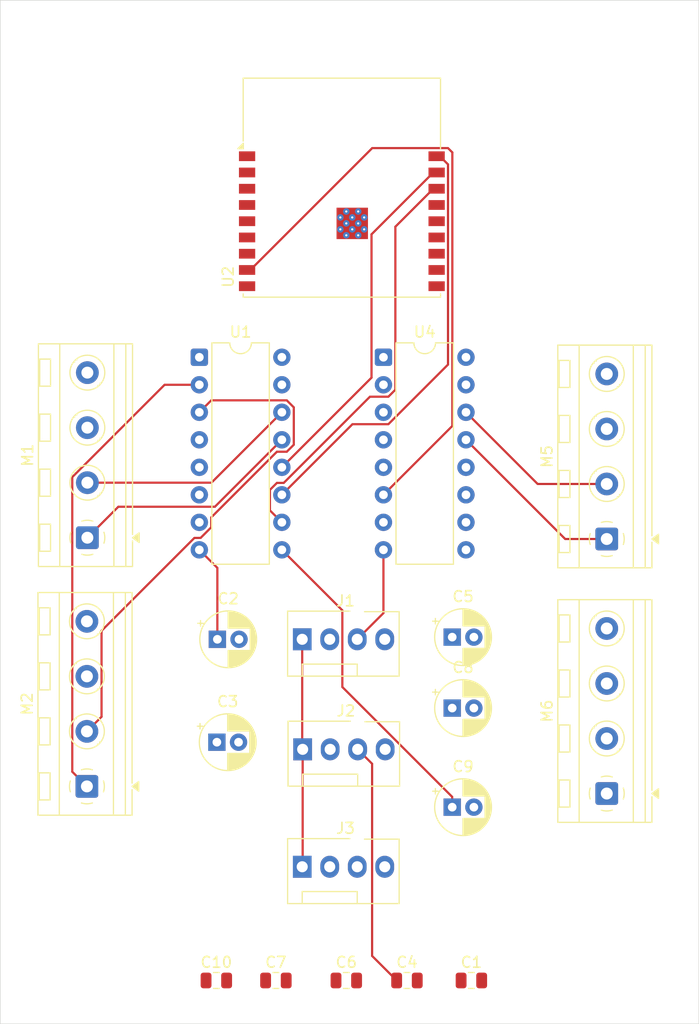
<source format=kicad_pcb>
(kicad_pcb (version 20241229) (generator "pcbnew") (generator_version "9.0")
  (layers (0 "F.Cu" signal) (2 "B.Cu" signal) (13 "F.Paste" user) (15 "B.Paste" user) (5 "F.SilkS" user "F.Silkscreen") (7 "B.SilkS" user "B.Silkscreen") (1 "F.Mask" user) (3 "B.Mask" user) (25 "Edge.Cuts" user))
  (net 0 "")
  (net 1 "GND")
  (net 2 "/OUT-")
  (net 3 "Net-(J1-Pin_1)")
  (net 4 "Net-(J2-Pin_3)")
  (net 6 "Net-(U1-EnA)")
  (net 7 "Net-(U1-IN1)")
  (net 8 "Net-(U2-IO7)")
  (net 9 "Net-(U1-IN4)")
  (net 10 "Net-(U2-IO9)")
  (net 11 "Net-(U2-IO6)")
  (net 12 "Net-(U1-EnB)")
  (net 13 "Net-(U2-IO8)")
  (net 15 "Net-(U1-IN3)")
  (net 16 "Net-(U2-IO10)")
  (net 17 "Net-(U1-IN2)")
  (net 18 "Net-(U2-IO18)")
  (net 21 "Net-(U4-Vs)")
  (net 22 "Net-(U1-Vss)")
  (net 23 "Net-(M1--)")
  (net 24 "Net-(M1-+)")
  (net 25 "Net-(M2--)")
  (net 26 "Net-(M2-+)")
  (net 27 "Net-(M5-+)")
  (net 28 "Net-(M5--)")
  (net 29 "Net-(M6-+)")
  (net 30 "Net-(M6--)")
  (footprint "TerminalBlock_RND:TerminalBlock_RND_205-00234_1x04_P5.08mm_Horizontal" (layer "F.Cu") (at 171.5 95.24 90)
    (property "Reference" "M6" (at 7.62 -5.52 90) (layer "F.SilkS"))
    (property "Value" "Motor_DC")
    (pad "1" thru_hole roundrect (at 0 0 90) (size 2.1 2.1) (drill 1.1) (layers "*.Cu" "*.Mask") (roundrect_rratio 0.119048) (net 29 "Net-(M6-+)"))
    (pad "2" thru_hole circle (at 5.08 0 90) (size 2.1 2.1) (drill 1.1) (layers "*.Cu" "*.Mask") (net 30 "Net-(M6--)"))
    (pad "3" thru_hole circle (at 10.16 0 90) (size 2.1 2.1) (drill 1.1) (layers "*.Cu" "*.Mask"))
    (pad "4" thru_hole circle (at 15.24 0 90) (size 2.1 2.1) (drill 1.1) (layers "*.Cu" "*.Mask"))
  )
  (footprint "Connector:FanPinHeader_1x04_P2.54mm_Vertical" (layer "F.Cu") (at 143.42 91.16)
    (property "Reference" "J2" (at 4 -3.55 0) (layer "F.SilkS"))
    (property "Value" "XL4015")
    (pad "" np_thru_hole circle (at 5.08 -2.16 90) (size 1.1 1.1) (drill 1.1) (layers "*.Cu" "*.Mask"))
    (pad "1" thru_hole rect (at 0 0 90) (size 2.03 1.73) (drill 1.02) (layers "*.Cu" "*.Mask") (net 3 "Net-(J1-Pin_1)"))
    (pad "2" thru_hole oval (at 2.54 0 90) (size 2.03 1.73) (drill 1.02) (layers "*.Cu" "*.Mask") (net 1 "GND"))
    (pad "3" thru_hole oval (at 5.08 0 90) (size 2.03 1.73) (drill 1.02) (layers "*.Cu" "*.Mask") (net 4 "Net-(J2-Pin_3)"))
    (pad "4" thru_hole oval (at 7.62 0 90) (size 2.03 1.73) (drill 1.02) (layers "*.Cu" "*.Mask") (net 1 "GND"))
  )
  (footprint "Connector:FanPinHeader_1x04_P2.54mm_Vertical" (layer "F.Cu") (at 143.38 102)
    (property "Reference" "J3" (at 4 -3.55 0) (layer "F.SilkS"))
    (property "Value" "XL4015")
    (pad "" np_thru_hole circle (at 5.08 -2.16 90) (size 1.1 1.1) (drill 1.1) (layers "*.Cu" "*.Mask"))
    (pad "1" thru_hole rect (at 0 0 90) (size 2.03 1.73) (drill 1.02) (layers "*.Cu" "*.Mask") (net 3 "Net-(J1-Pin_1)"))
    (pad "2" thru_hole oval (at 2.54 0 90) (size 2.03 1.73) (drill 1.02) (layers "*.Cu" "*.Mask") (net 1 "GND"))
    (pad "3" thru_hole oval (at 5.08 0 90) (size 2.03 1.73) (drill 1.02) (layers "*.Cu" "*.Mask") (net 1 "GND"))
    (pad "4" thru_hole oval (at 7.62 0 90) (size 2.03 1.73) (drill 1.02) (layers "*.Cu" "*.Mask") (net 1 "GND"))
  )
  (footprint "TerminalBlock_RND:TerminalBlock_RND_205-00234_1x04_P5.08mm_Horizontal" (layer "F.Cu") (at 123.5 94.58 90)
    (property "Reference" "M2" (at 7.62 -5.52 90) (layer "F.SilkS"))
    (property "Value" "Motor_DC")
    (pad "1" thru_hole roundrect (at 0 0 90) (size 2.1 2.1) (drill 1.1) (layers "*.Cu" "*.Mask") (roundrect_rratio 0.119048) (net 26 "Net-(M2-+)"))
    (pad "2" thru_hole circle (at 5.08 0 90) (size 2.1 2.1) (drill 1.1) (layers "*.Cu" "*.Mask") (net 25 "Net-(M2--)"))
    (pad "3" thru_hole circle (at 10.16 0 90) (size 2.1 2.1) (drill 1.1) (layers "*.Cu" "*.Mask"))
    (pad "4" thru_hole circle (at 15.24 0 90) (size 2.1 2.1) (drill 1.1) (layers "*.Cu" "*.Mask"))
  )
  (footprint "Capacitor_SMD:C_0805_2012Metric" (layer "F.Cu") (at 140.95 112.5)
    (property "Reference" "C7" (at 0 -1.68 0) (layer "F.SilkS"))
    (property "Value" "C")
    (pad "1" smd roundrect (at -0.95 0) (size 1 1.45) (layers "F.Cu" "F.Mask" "F.Paste") (net 1 "GND"))
    (pad "2" smd roundrect (at 0.95 0) (size 1 1.45) (layers "F.Cu" "F.Mask" "F.Paste") (net 21 "Net-(U4-Vs)"))
  )
  (footprint "Package_DIP:DIP-16_W7.62mm" (layer "F.Cu") (at 150.88 54.96)
    (property "Reference" "U4" (at 3.81 -2.33 0) (layer "F.SilkS"))
    (property "Value" "L298N")
    (pad "1" thru_hole roundrect (at 0 0) (size 1.6 1.6) (drill 0.8) (layers "*.Cu" "*.Mask") (roundrect_rratio 0.15625))
    (pad "2" thru_hole circle (at 0 2.54) (size 1.6 1.6) (drill 0.8) (layers "*.Cu" "*.Mask") (net 29 "Net-(M6-+)"))
    (pad "3" thru_hole circle (at 0 5.08) (size 1.6 1.6) (drill 0.8) (layers "*.Cu" "*.Mask") (net 30 "Net-(M6--)"))
    (pad "4" thru_hole circle (at 0 7.62) (size 1.6 1.6) (drill 0.8) (layers "*.Cu" "*.Mask") (net 21 "Net-(U4-Vs)"))
    (pad "5" thru_hole circle (at 0 10.16) (size 1.6 1.6) (drill 0.8) (layers "*.Cu" "*.Mask") (net 18 "Net-(U2-IO18)"))
    (pad "6" thru_hole circle (at 0 12.7) (size 1.6 1.6) (drill 0.8) (layers "*.Cu" "*.Mask") (net 10 "Net-(U2-IO9)"))
    (pad "7" thru_hole circle (at 0 15.24) (size 1.6 1.6) (drill 0.8) (layers "*.Cu" "*.Mask") (net 16 "Net-(U2-IO10)"))
    (pad "8" thru_hole circle (at 0 17.78) (size 1.6 1.6) (drill 0.8) (layers "*.Cu" "*.Mask") (net 1 "GND"))
    (pad "9" thru_hole circle (at 7.62 17.78) (size 1.6 1.6) (drill 0.8) (layers "*.Cu" "*.Mask") (net 1 "GND"))
    (pad "10" thru_hole circle (at 7.62 15.24) (size 1.6 1.6) (drill 0.8) (layers "*.Cu" "*.Mask") (net 13 "Net-(U2-IO8)"))
    (pad "11" thru_hole circle (at 7.62 12.7) (size 1.6 1.6) (drill 0.8) (layers "*.Cu" "*.Mask") (net 11 "Net-(U2-IO6)"))
    (pad "12" thru_hole circle (at 7.62 10.16) (size 1.6 1.6) (drill 0.8) (layers "*.Cu" "*.Mask") (net 8 "Net-(U2-IO7)"))
    (pad "13" thru_hole circle (at 7.62 7.62) (size 1.6 1.6) (drill 0.8) (layers "*.Cu" "*.Mask") (net 27 "Net-(M5-+)"))
    (pad "14" thru_hole circle (at 7.62 5.08) (size 1.6 1.6) (drill 0.8) (layers "*.Cu" "*.Mask") (net 28 "Net-(M5--)"))
    (pad "15" thru_hole circle (at 7.62 2.54) (size 1.6 1.6) (drill 0.8) (layers "*.Cu" "*.Mask"))
    (pad "16" thru_hole circle (at 7.62 0) (size 1.6 1.6) (drill 0.8) (layers "*.Cu" "*.Mask"))
  )
  (footprint "Capacitor_THT:CP_Radial_D5.0mm_P2.00mm" (layer "F.Cu") (at 157.229775 87.35)
    (property "Reference" "C8" (at 1 -3.75 0) (layer "F.SilkS"))
    (property "Value" "C_Polarized")
    (pad "1" thru_hole rect (at 0 0) (size 1.6 1.6) (drill 0.8) (layers "*.Cu" "*.Mask") (net 1 "GND"))
    (pad "2" thru_hole circle (at 2 0) (size 1.6 1.6) (drill 0.8) (layers "*.Cu" "*.Mask") (net 21 "Net-(U4-Vs)"))
  )
  (footprint "Capacitor_THT:CP_Radial_D5.0mm_P2.00mm" (layer "F.Cu") (at 157.229775 80.8)
    (property "Reference" "C5" (at 1 -3.75 0) (layer "F.SilkS"))
    (property "Value" "C_Polarized")
    (pad "1" thru_hole rect (at 0 0) (size 1.6 1.6) (drill 0.8) (layers "*.Cu" "*.Mask") (net 1 "GND"))
    (pad "2" thru_hole circle (at 2 0) (size 1.6 1.6) (drill 0.8) (layers "*.Cu" "*.Mask") (net 1 "GND"))
  )
  (footprint "Capacitor_SMD:C_0805_2012Metric" (layer "F.Cu") (at 153.05 112.5)
    (property "Reference" "C4" (at 0 -1.68 0) (layer "F.SilkS"))
    (property "Value" "C")
    (pad "1" smd roundrect (at -0.95 0) (size 1 1.45) (layers "F.Cu" "F.Mask" "F.Paste") (net 4 "Net-(J2-Pin_3)"))
    (pad "2" smd roundrect (at 0.95 0) (size 1 1.45) (layers "F.Cu" "F.Mask" "F.Paste") (net 1 "GND"))
  )
  (footprint "Capacitor_THT:CP_Radial_D5.0mm_P2.00mm" (layer "F.Cu") (at 135.544888 81)
    (property "Reference" "C2" (at 1 -3.75 0) (layer "F.SilkS"))
    (property "Value" "C_Polarized")
    (pad "1" thru_hole rect (at 0 0) (size 1.6 1.6) (drill 0.8) (layers "*.Cu" "*.Mask") (net 1 "GND"))
    (pad "2" thru_hole circle (at 2 0) (size 1.6 1.6) (drill 0.8) (layers "*.Cu" "*.Mask") (net 1 "GND"))
  )
  (footprint "Package_DIP:DIP-16_W7.62mm" (layer "F.Cu") (at 133.88 54.96)
    (property "Reference" "U1" (at 3.81 -2.33 0) (layer "F.SilkS"))
    (property "Value" "L298N")
    (pad "1" thru_hole roundrect (at 0 0) (size 1.6 1.6) (drill 0.8) (layers "*.Cu" "*.Mask") (roundrect_rratio 0.15625))
    (pad "2" thru_hole circle (at 0 2.54) (size 1.6 1.6) (drill 0.8) (layers "*.Cu" "*.Mask") (net 26 "Net-(M2-+)"))
    (pad "3" thru_hole circle (at 0 5.08) (size 1.6 1.6) (drill 0.8) (layers "*.Cu" "*.Mask") (net 25 "Net-(M2--)"))
    (pad "4" thru_hole circle (at 0 7.62) (size 1.6 1.6) (drill 0.8) (layers "*.Cu" "*.Mask") (net 1 "GND"))
    (pad "5" thru_hole circle (at 0 10.16) (size 1.6 1.6) (drill 0.8) (layers "*.Cu" "*.Mask") (net 7 "Net-(U1-IN1)"))
    (pad "6" thru_hole circle (at 0 12.7) (size 1.6 1.6) (drill 0.8) (layers "*.Cu" "*.Mask") (net 6 "Net-(U1-EnA)"))
    (pad "7" thru_hole circle (at 0 15.24) (size 1.6 1.6) (drill 0.8) (layers "*.Cu" "*.Mask") (net 17 "Net-(U1-IN2)"))
    (pad "8" thru_hole circle (at 0 17.78) (size 1.6 1.6) (drill 0.8) (layers "*.Cu" "*.Mask") (net 1 "GND"))
    (pad "9" thru_hole circle (at 7.62 17.78) (size 1.6 1.6) (drill 0.8) (layers "*.Cu" "*.Mask") (net 22 "Net-(U1-Vss)"))
    (pad "10" thru_hole circle (at 7.62 15.24) (size 1.6 1.6) (drill 0.8) (layers "*.Cu" "*.Mask") (net 15 "Net-(U1-IN3)"))
    (pad "11" thru_hole circle (at 7.62 12.7) (size 1.6 1.6) (drill 0.8) (layers "*.Cu" "*.Mask") (net 12 "Net-(U1-EnB)"))
    (pad "12" thru_hole circle (at 7.62 10.16) (size 1.6 1.6) (drill 0.8) (layers "*.Cu" "*.Mask") (net 9 "Net-(U1-IN4)"))
    (pad "13" thru_hole circle (at 7.62 7.62) (size 1.6 1.6) (drill 0.8) (layers "*.Cu" "*.Mask") (net 24 "Net-(M1-+)"))
    (pad "14" thru_hole circle (at 7.62 5.08) (size 1.6 1.6) (drill 0.8) (layers "*.Cu" "*.Mask") (net 23 "Net-(M1--)"))
    (pad "15" thru_hole circle (at 7.62 2.54) (size 1.6 1.6) (drill 0.8) (layers "*.Cu" "*.Mask"))
    (pad "16" thru_hole circle (at 7.62 0) (size 1.6 1.6) (drill 0.8) (layers "*.Cu" "*.Mask"))
  )
  (footprint "Capacitor_SMD:C_0805_2012Metric" (layer "F.Cu") (at 147.45 112.5)
    (property "Reference" "C6" (at 0 -1.68 0) (layer "F.SilkS"))
    (property "Value" "C")
    (pad "1" smd roundrect (at -0.95 0) (size 1 1.45) (layers "F.Cu" "F.Mask" "F.Paste") (net 1 "GND"))
    (pad "2" smd roundrect (at 0.95 0) (size 1 1.45) (layers "F.Cu" "F.Mask" "F.Paste") (net 1 "GND"))
  )
  (footprint "Capacitor_SMD:C_0805_2012Metric" (layer "F.Cu") (at 135.45 112.5)
    (property "Reference" "C10" (at 0 -1.68 0) (layer "F.SilkS"))
    (property "Value" "C")
    (pad "1" smd roundrect (at -0.95 0) (size 1 1.45) (layers "F.Cu" "F.Mask" "F.Paste") (net 22 "Net-(U1-Vss)"))
    (pad "2" smd roundrect (at 0.95 0) (size 1 1.45) (layers "F.Cu" "F.Mask" "F.Paste") (net 1 "GND"))
  )
  (footprint "Capacitor_SMD:C_0805_2012Metric" (layer "F.Cu") (at 159 112.5)
    (property "Reference" "C1" (at 0 -1.68 0) (layer "F.SilkS"))
    (property "Value" "C")
    (pad "1" smd roundrect (at -0.95 0) (size 1 1.45) (layers "F.Cu" "F.Mask" "F.Paste") (net 1 "GND"))
    (pad "2" smd roundrect (at 0.95 0) (size 1 1.45) (layers "F.Cu" "F.Mask" "F.Paste") (net 1 "GND"))
  )
  (footprint "TerminalBlock_RND:TerminalBlock_RND_205-00234_1x04_P5.08mm_Horizontal" (layer "F.Cu") (at 171.5 71.74 90)
    (property "Reference" "M5" (at 7.62 -5.52 90) (layer "F.SilkS"))
    (property "Value" "Motor_DC")
    (pad "1" thru_hole roundrect (at 0 0 90) (size 2.1 2.1) (drill 1.1) (layers "*.Cu" "*.Mask") (roundrect_rratio 0.119048) (net 27 "Net-(M5-+)"))
    (pad "2" thru_hole circle (at 5.08 0 90) (size 2.1 2.1) (drill 1.1) (layers "*.Cu" "*.Mask") (net 28 "Net-(M5--)"))
    (pad "3" thru_hole circle (at 10.16 0 90) (size 2.1 2.1) (drill 1.1) (layers "*.Cu" "*.Mask"))
    (pad "4" thru_hole circle (at 15.24 0 90) (size 2.1 2.1) (drill 1.1) (layers "*.Cu" "*.Mask"))
  )
  (footprint "Connector:FanPinHeader_1x04_P2.54mm_Vertical" (layer "F.Cu") (at 143.38 81)
    (property "Reference" "J1" (at 4 -3.55 0) (layer "F.SilkS"))
    (property "Value" "XL4015")
    (pad "" np_thru_hole circle (at 5.08 -2.16 90) (size 1.1 1.1) (drill 1.1) (layers "*.Cu" "*.Mask"))
    (pad "1" thru_hole rect (at 0 0 90) (size 2.03 1.73) (drill 1.02) (layers "*.Cu" "*.Mask") (net 3 "Net-(J1-Pin_1)"))
    (pad "2" thru_hole oval (at 2.54 0 90) (size 2.03 1.73) (drill 1.02) (layers "*.Cu" "*.Mask") (net 1 "GND"))
    (pad "3" thru_hole oval (at 5.08 0 90) (size 2.03 1.73) (drill 1.02) (layers "*.Cu" "*.Mask") (net 1 "GND"))
    (pad "4" thru_hole oval (at 7.62 0 90) (size 2.03 1.73) (drill 1.02) (layers "*.Cu" "*.Mask") (net 2 "/OUT-"))
  )
  (footprint "Capacitor_THT:CP_Radial_D5.0mm_P2.00mm" (layer "F.Cu") (at 135.5 90.5)
    (property "Reference" "C3" (at 1 -3.75 0) (layer "F.SilkS"))
    (property "Value" "C_Polarized")
    (pad "1" thru_hole rect (at 0 0) (size 1.6 1.6) (drill 0.8) (layers "*.Cu" "*.Mask") (net 4 "Net-(J2-Pin_3)"))
    (pad "2" thru_hole circle (at 2 0) (size 1.6 1.6) (drill 0.8) (layers "*.Cu" "*.Mask") (net 1 "GND"))
  )
  (footprint "Capacitor_THT:CP_Radial_D5.0mm_P2.00mm" (layer "F.Cu") (at 157.229775 96.5)
    (property "Reference" "C9" (at 1 -3.75 0) (layer "F.SilkS"))
    (property "Value" "C_Polarized")
    (pad "1" thru_hole rect (at 0 0) (size 1.6 1.6) (drill 0.8) (layers "*.Cu" "*.Mask") (net 22 "Net-(U1-Vss)"))
    (pad "2" thru_hole circle (at 2 0) (size 1.6 1.6) (drill 0.8) (layers "*.Cu" "*.Mask") (net 1 "GND"))
  )
  (footprint "RF_Module:ESP32-C3-WROOM-02" (layer "F.Cu") (at 147.04 42.4)
    (property "Reference" "U2" (at -10.5 5.13 90) (layer "F.SilkS"))
    (property "Value" "ESP32-C3-WROOM-02")
    (pad "1" smd rect (at -8.75 -6) (size 1.5 0.9) (layers "F.Cu" "F.Mask" "F.Paste") (net 1 "GND"))
    (pad "2" smd rect (at -8.75 -4.5) (size 1.5 0.9) (layers "F.Cu" "F.Mask" "F.Paste"))
    (pad "3" smd rect (at -8.75 -3) (size 1.5 0.9) (layers "F.Cu" "F.Mask" "F.Paste") (net 17 "Net-(U1-IN2)"))
    (pad "4" smd rect (at -8.75 -1.5) (size 1.5 0.9) (layers "F.Cu" "F.Mask" "F.Paste") (net 7 "Net-(U1-IN1)"))
    (pad "5" smd rect (at -8.75 0) (size 1.5 0.9) (layers "F.Cu" "F.Mask" "F.Paste") (net 11 "Net-(U2-IO6)"))
    (pad "6" smd rect (at -8.75 1.5) (size 1.5 0.9) (layers "F.Cu" "F.Mask" "F.Paste") (net 8 "Net-(U2-IO7)"))
    (pad "7" smd rect (at -8.75 3) (size 1.5 0.9) (layers "F.Cu" "F.Mask" "F.Paste") (net 13 "Net-(U2-IO8)"))
    (pad "8" smd rect (at -8.75 4.5) (size 1.5 0.9) (layers "F.Cu" "F.Mask" "F.Paste") (net 10 "Net-(U2-IO9)"))
    (pad "9" smd rect (at -8.75 6) (size 1.5 0.9) (layers "F.Cu" "F.Mask" "F.Paste") (net 2 "/OUT-"))
    (pad "10" smd rect (at 8.75 6) (size 1.5 0.9) (layers "F.Cu" "F.Mask" "F.Paste") (net 16 "Net-(U2-IO10)"))
    (pad "11" smd rect (at 8.75 4.5) (size 1.5 0.9) (layers "F.Cu" "F.Mask" "F.Paste"))
    (pad "12" smd rect (at 8.75 3) (size 1.5 0.9) (layers "F.Cu" "F.Mask" "F.Paste"))
    (pad "13" smd rect (at 8.75 1.5) (size 1.5 0.9) (layers "F.Cu" "F.Mask" "F.Paste") (net 18 "Net-(U2-IO18)"))
    (pad "14" smd rect (at 8.75 0) (size 1.5 0.9) (layers "F.Cu" "F.Mask" "F.Paste"))
    (pad "15" smd rect (at 8.75 -1.5) (size 1.5 0.9) (layers "F.Cu" "F.Mask" "F.Paste") (net 6 "Net-(U1-EnA)"))
    (pad "16" smd rect (at 8.75 -3) (size 1.5 0.9) (layers "F.Cu" "F.Mask" "F.Paste") (net 15 "Net-(U1-IN3)"))
    (pad "17" smd rect (at 8.75 -4.5) (size 1.5 0.9) (layers "F.Cu" "F.Mask" "F.Paste") (net 9 "Net-(U1-IN4)"))
    (pad "18" smd rect (at 8.75 -6) (size 1.5 0.9) (layers "F.Cu" "F.Mask" "F.Paste") (net 12 "Net-(U1-EnB)"))
    (pad "19" thru_hole circle (at -0.14 -0.35) (size 0.6 0.6) (drill 0.2) (property pad_prop_heatsink) (layers "*.Cu" "F.Mask") (net 2 "/OUT-"))
    (pad "19" thru_hole circle (at -0.14 0.75) (size 0.6 0.6) (drill 0.2) (property pad_prop_heatsink) (layers "*.Cu" "F.Mask") (net 2 "/OUT-"))
    (pad "19" thru_hole circle (at 0.41 -0.9) (size 0.6 0.6) (drill 0.2) (property pad_prop_heatsink) (layers "*.Cu" "F.Mask") (net 2 "/OUT-"))
    (pad "19" thru_hole circle (at 0.41 0.2) (size 0.6 0.6) (drill 0.2) (property pad_prop_heatsink) (layers "*.Cu" "F.Mask") (net 2 "/OUT-"))
    (pad "19" thru_hole circle (at 0.41 1.3) (size 0.6 0.6) (drill 0.2) (property pad_prop_heatsink) (layers "*.Cu" "F.Mask") (net 2 "/OUT-"))
    (pad "19" thru_hole circle (at 0.96 -0.35) (size 0.6 0.6) (drill 0.2) (property pad_prop_heatsink) (layers "*.Cu" "F.Mask") (net 2 "/OUT-"))
    (pad "19" smd rect (at 0.96 0.2) (size 2.9 2.9) (property pad_prop_heatsink) (layers "F.Cu" "F.Mask") (net 2 "/OUT-"))
    (pad "19" thru_hole circle (at 0.96 0.75) (size 0.6 0.6) (drill 0.2) (property pad_prop_heatsink) (layers "*.Cu" "F.Mask") (net 2 "/OUT-"))
    (pad "19" thru_hole circle (at 1.51 -0.9) (size 0.6 0.6) (drill 0.2) (property pad_prop_heatsink) (layers "*.Cu" "F.Mask") (net 2 "/OUT-"))
    (pad "19" thru_hole circle (at 1.51 0.2) (size 0.6 0.6) (drill 0.2) (property pad_prop_heatsink) (layers "*.Cu" "F.Mask") (net 2 "/OUT-"))
    (pad "19" thru_hole circle (at 1.51 1.3) (size 0.6 0.6) (drill 0.2) (property pad_prop_heatsink) (layers "*.Cu" "F.Mask") (net 2 "/OUT-"))
    (pad "19" thru_hole circle (at 2.06 -0.35) (size 0.6 0.6) (drill 0.2) (property pad_prop_heatsink) (layers "*.Cu" "F.Mask") (net 2 "/OUT-"))
    (pad "19" thru_hole circle (at 2.06 0.75) (size 0.6 0.6) (drill 0.2) (property pad_prop_heatsink) (layers "*.Cu" "F.Mask") (net 2 "/OUT-"))
  )
  (footprint "TerminalBlock_RND:TerminalBlock_RND_205-00234_1x04_P5.08mm_Horizontal" (layer "F.Cu") (at 123.5425 71.62 90)
    (property "Reference" "M1" (at 7.62 -5.52 90) (layer "F.SilkS"))
    (property "Value" "Motor_DC")
    (pad "1" thru_hole roundrect (at 0 0 90) (size 2.1 2.1) (drill 1.1) (layers "*.Cu" "*.Mask") (roundrect_rratio 0.119048) (net 24 "Net-(M1-+)"))
    (pad "2" thru_hole circle (at 5.08 0 90) (size 2.1 2.1) (drill 1.1) (layers "*.Cu" "*.Mask") (net 23 "Net-(M1--)"))
    (pad "3" thru_hole circle (at 10.16 0 90) (size 2.1 2.1) (drill 1.1) (layers "*.Cu" "*.Mask"))
    (pad "4" thru_hole circle (at 15.24 0 90) (size 2.1 2.1) (drill 1.1) (layers "*.Cu" "*.Mask"))
  )
  (gr_rect (start 115.5 22) (end 180 116.5) (stroke (width 0.05)) (fill no) (layer "Edge.Cuts"))
  (segment (start 150.88 78.58) (end 148.46 81) (width 0.2) (layer "F.Cu") (net 1))
  (segment (start 150.88 72.74) (end 150.88 78.58) (width 0.2) (layer "F.Cu") (net 1))
  (segment (start 135.544888 81) (end 135.544888 74.404888) (width 0.2) (layer "F.Cu") (net 1))
  (segment (start 135.544888 74.404888) (end 133.88 72.74) (width 0.2) (layer "F.Cu") (net 1))
  (segment (start 143.42 91.16) (end 143.42 101.96) (width 0.2) (layer "F.Cu") (net 3))
  (segment (start 143.38 91.12) (end 143.42 91.16) (width 0.2) (layer "F.Cu") (net 3))
  (segment (start 143.42 101.96) (end 143.38 102) (width 0.2) (layer "F.Cu") (net 3))
  (segment (start 143.38 81) (end 143.38 91.12) (width 0.2) (layer "F.Cu") (net 3))
  (segment (start 148.5 91.16) (end 149.834 92.494) (width 0.2) (layer "F.Cu") (net 4))
  (segment (start 149.834 92.494) (end 149.834 110.234) (width 0.2) (layer "F.Cu") (net 4))
  (segment (start 149.834 110.234) (end 152.1 112.5) (width 0.2) (layer "F.Cu") (net 4))
  (segment (start 149.779 56.841) (end 141.5 65.12) (width 0.2) (layer "F.Cu") (net 9))
  (segment (start 155.79 37.9) (end 155.49 37.9) (width 0.2) (layer "F.Cu") (net 9))
  (segment (start 155.49 37.9) (end 149.779 43.611) (width 0.2) (layer "F.Cu") (net 9))
  (segment (start 149.779 43.611) (end 149.779 56.841) (width 0.2) (layer "F.Cu") (net 9))
  (segment (start 149.841 35.649) (end 156.841 35.649) (width 0.2) (layer "F.Cu") (net 10))
  (segment (start 157.242 61.298) (end 150.88 67.66) (width 0.2) (layer "F.Cu") (net 10))
  (segment (start 138.59 46.9) (end 149.841 35.649) (width 0.2) (layer "F.Cu") (net 10))
  (segment (start 138.29 46.9) (end 138.59 46.9) (width 0.2) (layer "F.Cu") (net 10))
  (segment (start 157.242 36.05) (end 157.242 61.298) (width 0.2) (layer "F.Cu") (net 10))
  (segment (start 156.841 35.649) (end 157.242 36.05) (width 0.2) (layer "F.Cu") (net 10))
  (segment (start 148.019 61.141) (end 141.5 67.66) (width 0.2) (layer "F.Cu") (net 12))
  (segment (start 151.33605 61.141) (end 148.019 61.141) (width 0.2) (layer "F.Cu") (net 12))
  (segment (start 155.79 36.4) (end 156.09 36.4) (width 0.2) (layer "F.Cu") (net 12))
  (segment (start 156.841 55.63605) (end 151.33605 61.141) (width 0.2) (layer "F.Cu") (net 12))
  (segment (start 156.841 37.151) (end 156.841 55.63605) (width 0.2) (layer "F.Cu") (net 12))
  (segment (start 156.09 36.4) (end 156.841 37.151) (width 0.2) (layer "F.Cu") (net 12))
  (segment (start 140.399 69.099) (end 141.5 70.2) (width 0.2) (layer "F.Cu") (net 15))
  (segment (start 149.63505 58.601) (end 141.67705 66.559) (width 0.2) (layer "F.Cu") (net 15))
  (segment (start 151.981 42.907) (end 151.981 57.95605) (width 0.2) (layer "F.Cu") (net 15))
  (segment (start 140.399 67.20395) (end 140.399 69.099) (width 0.2) (layer "F.Cu") (net 15))
  (segment (start 155.488 39.4) (end 151.981 42.907) (width 0.2) (layer "F.Cu") (net 15))
  (segment (start 155.79 39.4) (end 155.488 39.4) (width 0.2) (layer "F.Cu") (net 15))
  (segment (start 151.33605 58.601) (end 149.63505 58.601) (width 0.2) (layer "F.Cu") (net 15))
  (segment (start 151.981 57.95605) (end 151.33605 58.601) (width 0.2) (layer "F.Cu") (net 15))
  (segment (start 141.67705 66.559) (end 141.04395 66.559) (width 0.2) (layer "F.Cu") (net 15))
  (segment (start 141.04395 66.559) (end 140.399 67.20395) (width 0.2) (layer "F.Cu") (net 15))
  (segment (start 147.086 78.326) (end 147.086 85.407027) (width 0.2) (layer "F.Cu") (net 22))
  (segment (start 157.229775 95.550802) (end 157.229775 96.5) (width 0.2) (layer "F.Cu") (net 22))
  (segment (start 147.086 85.407027) (end 157.229775 95.550802) (width 0.2) (layer "F.Cu") (net 22))
  (segment (start 141.5 72.74) (end 147.086 78.326) (width 0.2) (layer "F.Cu") (net 22))
  (segment (start 123.5425 66.54) (end 135 66.54) (width 0.2) (layer "F.Cu") (net 23))
  (segment (start 135 66.54) (end 141.5 60.04) (width 0.2) (layer "F.Cu") (net 23))
  (segment (start 126.4015 68.761) (end 135.319 68.761) (width 0.2) (layer "F.Cu") (net 24))
  (segment (start 135.319 68.761) (end 141.5 62.58) (width 0.2) (layer "F.Cu") (net 24))
  (segment (start 123.5425 71.62) (end 126.4015 68.761) (width 0.2) (layer "F.Cu") (net 24))
  (segment (start 141.95605 63.681) (end 141.04395 63.681) (width 0.2) (layer "F.Cu") (net 25))
  (segment (start 142.601 63.03605) (end 141.95605 63.681) (width 0.2) (layer "F.Cu") (net 25))
  (segment (start 124.851 80.21195) (end 124.851 88.149) (width 0.2) (layer "F.Cu") (net 25))
  (segment (start 124.851 88.149) (end 123.5 89.5) (width 0.2) (layer "F.Cu") (net 25))
  (segment (start 134.981 58.939) (end 141.95605 58.939) (width 0.2) (layer "F.Cu") (net 25))
  (segment (start 142.601 59.58395) (end 142.601 63.03605) (width 0.2) (layer "F.Cu") (net 25))
  (segment (start 141.95605 58.939) (end 142.601 59.58395) (width 0.2) (layer "F.Cu") (net 25))
  (segment (start 141.04395 63.681) (end 134.981 69.74395) (width 0.2) (layer "F.Cu") (net 25))
  (segment (start 134.981 70.65605) (end 133.99805 71.639) (width 0.2) (layer "F.Cu") (net 25))
  (segment (start 134.981 69.74395) (end 134.981 70.65605) (width 0.2) (layer "F.Cu") (net 25))
  (segment (start 133.88 60.04) (end 134.981 58.939) (width 0.2) (layer "F.Cu") (net 25))
  (segment (start 133.42395 71.639) (end 124.851 80.21195) (width 0.2) (layer "F.Cu") (net 25))
  (segment (start 133.99805 71.639) (end 133.42395 71.639) (width 0.2) (layer "F.Cu") (net 25))
  (segment (start 130.671897 57.5) (end 122.149 66.022897) (width 0.2) (layer "F.Cu") (net 26))
  (segment (start 122.149 66.022897) (end 122.149 93.229) (width 0.2) (layer "F.Cu") (net 26))
  (segment (start 133.88 57.5) (end 130.671897 57.5) (width 0.2) (layer "F.Cu") (net 26))
  (segment (start 122.149 93.229) (end 123.5 94.58) (width 0.2) (layer "F.Cu") (net 26))
  (segment (start 167.66 71.74) (end 158.5 62.58) (width 0.2) (layer "F.Cu") (net 27))
  (segment (start 171.5 71.74) (end 167.66 71.74) (width 0.2) (layer "F.Cu") (net 27))
  (segment (start 171.5 66.66) (end 165.12 66.66) (width 0.2) (layer "F.Cu") (net 28))
  (segment (start 165.12 66.66) (end 158.5 60.04) (width 0.2) (layer "F.Cu") (net 28))
)
</source>
